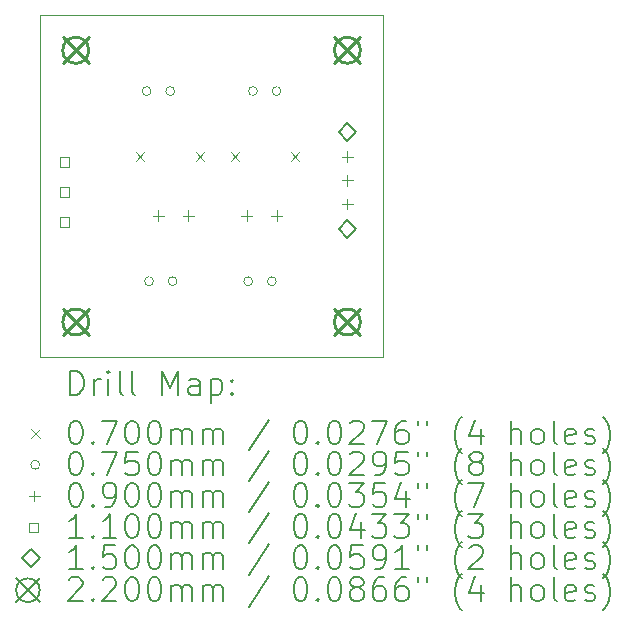
<source format=gbr>
%FSLAX45Y45*%
G04 Gerber Fmt 4.5, Leading zero omitted, Abs format (unit mm)*
G04 Created by KiCad (PCBNEW (6.0.0)) date 2022-01-22 14:07:24*
%MOMM*%
%LPD*%
G01*
G04 APERTURE LIST*
%TA.AperFunction,Profile*%
%ADD10C,0.100000*%
%TD*%
%ADD11C,0.200000*%
%ADD12C,0.070000*%
%ADD13C,0.075000*%
%ADD14C,0.090000*%
%ADD15C,0.110000*%
%ADD16C,0.150000*%
%ADD17C,0.220000*%
G04 APERTURE END LIST*
D10*
X17000000Y-13200000D02*
X19900000Y-13200000D01*
X17000000Y-10300000D02*
X17000000Y-13200000D01*
X19900000Y-10300000D02*
X17000000Y-10300000D01*
X19900000Y-13200000D02*
X19900000Y-10300000D01*
D11*
D12*
X17811000Y-11465000D02*
X17881000Y-11535000D01*
X17881000Y-11465000D02*
X17811000Y-11535000D01*
X18319000Y-11465000D02*
X18389000Y-11535000D01*
X18389000Y-11465000D02*
X18319000Y-11535000D01*
X18611000Y-11465000D02*
X18681000Y-11535000D01*
X18681000Y-11465000D02*
X18611000Y-11535000D01*
X19119000Y-11465000D02*
X19189000Y-11535000D01*
X19189000Y-11465000D02*
X19119000Y-11535000D01*
D13*
X17937500Y-10945000D02*
G75*
G03*
X17937500Y-10945000I-37500J0D01*
G01*
X17957500Y-12555000D02*
G75*
G03*
X17957500Y-12555000I-37500J0D01*
G01*
X18137500Y-10945000D02*
G75*
G03*
X18137500Y-10945000I-37500J0D01*
G01*
X18157500Y-12555000D02*
G75*
G03*
X18157500Y-12555000I-37500J0D01*
G01*
X18797500Y-12555000D02*
G75*
G03*
X18797500Y-12555000I-37500J0D01*
G01*
X18837500Y-10945000D02*
G75*
G03*
X18837500Y-10945000I-37500J0D01*
G01*
X18997500Y-12555000D02*
G75*
G03*
X18997500Y-12555000I-37500J0D01*
G01*
X19037500Y-10945000D02*
G75*
G03*
X19037500Y-10945000I-37500J0D01*
G01*
D14*
X18000000Y-11955000D02*
X18000000Y-12045000D01*
X17955000Y-12000000D02*
X18045000Y-12000000D01*
X18254000Y-11955000D02*
X18254000Y-12045000D01*
X18209000Y-12000000D02*
X18299000Y-12000000D01*
X18746000Y-11955000D02*
X18746000Y-12045000D01*
X18701000Y-12000000D02*
X18791000Y-12000000D01*
X19000000Y-11955000D02*
X19000000Y-12045000D01*
X18955000Y-12000000D02*
X19045000Y-12000000D01*
X19600000Y-11455000D02*
X19600000Y-11545000D01*
X19555000Y-11500000D02*
X19645000Y-11500000D01*
X19600000Y-11655000D02*
X19600000Y-11745000D01*
X19555000Y-11700000D02*
X19645000Y-11700000D01*
X19600000Y-11855000D02*
X19600000Y-11945000D01*
X19555000Y-11900000D02*
X19645000Y-11900000D01*
D15*
X17244391Y-11584891D02*
X17244391Y-11507109D01*
X17166609Y-11507109D01*
X17166609Y-11584891D01*
X17244391Y-11584891D01*
X17244391Y-11838891D02*
X17244391Y-11761109D01*
X17166609Y-11761109D01*
X17166609Y-11838891D01*
X17244391Y-11838891D01*
X17244391Y-12092891D02*
X17244391Y-12015109D01*
X17166609Y-12015109D01*
X17166609Y-12092891D01*
X17244391Y-12092891D01*
D16*
X19600000Y-11365000D02*
X19675000Y-11290000D01*
X19600000Y-11215000D01*
X19525000Y-11290000D01*
X19600000Y-11365000D01*
X19600000Y-12185000D02*
X19675000Y-12110000D01*
X19600000Y-12035000D01*
X19525000Y-12110000D01*
X19600000Y-12185000D01*
D17*
X17190000Y-10490000D02*
X17410000Y-10710000D01*
X17410000Y-10490000D02*
X17190000Y-10710000D01*
X17410000Y-10600000D02*
G75*
G03*
X17410000Y-10600000I-110000J0D01*
G01*
X17190000Y-12790000D02*
X17410000Y-13010000D01*
X17410000Y-12790000D02*
X17190000Y-13010000D01*
X17410000Y-12900000D02*
G75*
G03*
X17410000Y-12900000I-110000J0D01*
G01*
X19490000Y-10490000D02*
X19710000Y-10710000D01*
X19710000Y-10490000D02*
X19490000Y-10710000D01*
X19710000Y-10600000D02*
G75*
G03*
X19710000Y-10600000I-110000J0D01*
G01*
X19490000Y-12790000D02*
X19710000Y-13010000D01*
X19710000Y-12790000D02*
X19490000Y-13010000D01*
X19710000Y-12900000D02*
G75*
G03*
X19710000Y-12900000I-110000J0D01*
G01*
D11*
X17252619Y-13515476D02*
X17252619Y-13315476D01*
X17300238Y-13315476D01*
X17328810Y-13325000D01*
X17347857Y-13344048D01*
X17357381Y-13363095D01*
X17366905Y-13401190D01*
X17366905Y-13429762D01*
X17357381Y-13467857D01*
X17347857Y-13486905D01*
X17328810Y-13505952D01*
X17300238Y-13515476D01*
X17252619Y-13515476D01*
X17452619Y-13515476D02*
X17452619Y-13382143D01*
X17452619Y-13420238D02*
X17462143Y-13401190D01*
X17471667Y-13391667D01*
X17490714Y-13382143D01*
X17509762Y-13382143D01*
X17576429Y-13515476D02*
X17576429Y-13382143D01*
X17576429Y-13315476D02*
X17566905Y-13325000D01*
X17576429Y-13334524D01*
X17585952Y-13325000D01*
X17576429Y-13315476D01*
X17576429Y-13334524D01*
X17700238Y-13515476D02*
X17681190Y-13505952D01*
X17671667Y-13486905D01*
X17671667Y-13315476D01*
X17805000Y-13515476D02*
X17785952Y-13505952D01*
X17776429Y-13486905D01*
X17776429Y-13315476D01*
X18033571Y-13515476D02*
X18033571Y-13315476D01*
X18100238Y-13458333D01*
X18166905Y-13315476D01*
X18166905Y-13515476D01*
X18347857Y-13515476D02*
X18347857Y-13410714D01*
X18338333Y-13391667D01*
X18319286Y-13382143D01*
X18281190Y-13382143D01*
X18262143Y-13391667D01*
X18347857Y-13505952D02*
X18328810Y-13515476D01*
X18281190Y-13515476D01*
X18262143Y-13505952D01*
X18252619Y-13486905D01*
X18252619Y-13467857D01*
X18262143Y-13448809D01*
X18281190Y-13439286D01*
X18328810Y-13439286D01*
X18347857Y-13429762D01*
X18443095Y-13382143D02*
X18443095Y-13582143D01*
X18443095Y-13391667D02*
X18462143Y-13382143D01*
X18500238Y-13382143D01*
X18519286Y-13391667D01*
X18528810Y-13401190D01*
X18538333Y-13420238D01*
X18538333Y-13477381D01*
X18528810Y-13496428D01*
X18519286Y-13505952D01*
X18500238Y-13515476D01*
X18462143Y-13515476D01*
X18443095Y-13505952D01*
X18624048Y-13496428D02*
X18633571Y-13505952D01*
X18624048Y-13515476D01*
X18614524Y-13505952D01*
X18624048Y-13496428D01*
X18624048Y-13515476D01*
X18624048Y-13391667D02*
X18633571Y-13401190D01*
X18624048Y-13410714D01*
X18614524Y-13401190D01*
X18624048Y-13391667D01*
X18624048Y-13410714D01*
D12*
X16925000Y-13810000D02*
X16995000Y-13880000D01*
X16995000Y-13810000D02*
X16925000Y-13880000D01*
D11*
X17290714Y-13735476D02*
X17309762Y-13735476D01*
X17328810Y-13745000D01*
X17338333Y-13754524D01*
X17347857Y-13773571D01*
X17357381Y-13811667D01*
X17357381Y-13859286D01*
X17347857Y-13897381D01*
X17338333Y-13916428D01*
X17328810Y-13925952D01*
X17309762Y-13935476D01*
X17290714Y-13935476D01*
X17271667Y-13925952D01*
X17262143Y-13916428D01*
X17252619Y-13897381D01*
X17243095Y-13859286D01*
X17243095Y-13811667D01*
X17252619Y-13773571D01*
X17262143Y-13754524D01*
X17271667Y-13745000D01*
X17290714Y-13735476D01*
X17443095Y-13916428D02*
X17452619Y-13925952D01*
X17443095Y-13935476D01*
X17433571Y-13925952D01*
X17443095Y-13916428D01*
X17443095Y-13935476D01*
X17519286Y-13735476D02*
X17652619Y-13735476D01*
X17566905Y-13935476D01*
X17766905Y-13735476D02*
X17785952Y-13735476D01*
X17805000Y-13745000D01*
X17814524Y-13754524D01*
X17824048Y-13773571D01*
X17833571Y-13811667D01*
X17833571Y-13859286D01*
X17824048Y-13897381D01*
X17814524Y-13916428D01*
X17805000Y-13925952D01*
X17785952Y-13935476D01*
X17766905Y-13935476D01*
X17747857Y-13925952D01*
X17738333Y-13916428D01*
X17728810Y-13897381D01*
X17719286Y-13859286D01*
X17719286Y-13811667D01*
X17728810Y-13773571D01*
X17738333Y-13754524D01*
X17747857Y-13745000D01*
X17766905Y-13735476D01*
X17957381Y-13735476D02*
X17976429Y-13735476D01*
X17995476Y-13745000D01*
X18005000Y-13754524D01*
X18014524Y-13773571D01*
X18024048Y-13811667D01*
X18024048Y-13859286D01*
X18014524Y-13897381D01*
X18005000Y-13916428D01*
X17995476Y-13925952D01*
X17976429Y-13935476D01*
X17957381Y-13935476D01*
X17938333Y-13925952D01*
X17928810Y-13916428D01*
X17919286Y-13897381D01*
X17909762Y-13859286D01*
X17909762Y-13811667D01*
X17919286Y-13773571D01*
X17928810Y-13754524D01*
X17938333Y-13745000D01*
X17957381Y-13735476D01*
X18109762Y-13935476D02*
X18109762Y-13802143D01*
X18109762Y-13821190D02*
X18119286Y-13811667D01*
X18138333Y-13802143D01*
X18166905Y-13802143D01*
X18185952Y-13811667D01*
X18195476Y-13830714D01*
X18195476Y-13935476D01*
X18195476Y-13830714D02*
X18205000Y-13811667D01*
X18224048Y-13802143D01*
X18252619Y-13802143D01*
X18271667Y-13811667D01*
X18281190Y-13830714D01*
X18281190Y-13935476D01*
X18376429Y-13935476D02*
X18376429Y-13802143D01*
X18376429Y-13821190D02*
X18385952Y-13811667D01*
X18405000Y-13802143D01*
X18433571Y-13802143D01*
X18452619Y-13811667D01*
X18462143Y-13830714D01*
X18462143Y-13935476D01*
X18462143Y-13830714D02*
X18471667Y-13811667D01*
X18490714Y-13802143D01*
X18519286Y-13802143D01*
X18538333Y-13811667D01*
X18547857Y-13830714D01*
X18547857Y-13935476D01*
X18938333Y-13725952D02*
X18766905Y-13983095D01*
X19195476Y-13735476D02*
X19214524Y-13735476D01*
X19233571Y-13745000D01*
X19243095Y-13754524D01*
X19252619Y-13773571D01*
X19262143Y-13811667D01*
X19262143Y-13859286D01*
X19252619Y-13897381D01*
X19243095Y-13916428D01*
X19233571Y-13925952D01*
X19214524Y-13935476D01*
X19195476Y-13935476D01*
X19176429Y-13925952D01*
X19166905Y-13916428D01*
X19157381Y-13897381D01*
X19147857Y-13859286D01*
X19147857Y-13811667D01*
X19157381Y-13773571D01*
X19166905Y-13754524D01*
X19176429Y-13745000D01*
X19195476Y-13735476D01*
X19347857Y-13916428D02*
X19357381Y-13925952D01*
X19347857Y-13935476D01*
X19338333Y-13925952D01*
X19347857Y-13916428D01*
X19347857Y-13935476D01*
X19481190Y-13735476D02*
X19500238Y-13735476D01*
X19519286Y-13745000D01*
X19528810Y-13754524D01*
X19538333Y-13773571D01*
X19547857Y-13811667D01*
X19547857Y-13859286D01*
X19538333Y-13897381D01*
X19528810Y-13916428D01*
X19519286Y-13925952D01*
X19500238Y-13935476D01*
X19481190Y-13935476D01*
X19462143Y-13925952D01*
X19452619Y-13916428D01*
X19443095Y-13897381D01*
X19433571Y-13859286D01*
X19433571Y-13811667D01*
X19443095Y-13773571D01*
X19452619Y-13754524D01*
X19462143Y-13745000D01*
X19481190Y-13735476D01*
X19624048Y-13754524D02*
X19633571Y-13745000D01*
X19652619Y-13735476D01*
X19700238Y-13735476D01*
X19719286Y-13745000D01*
X19728810Y-13754524D01*
X19738333Y-13773571D01*
X19738333Y-13792619D01*
X19728810Y-13821190D01*
X19614524Y-13935476D01*
X19738333Y-13935476D01*
X19805000Y-13735476D02*
X19938333Y-13735476D01*
X19852619Y-13935476D01*
X20100238Y-13735476D02*
X20062143Y-13735476D01*
X20043095Y-13745000D01*
X20033571Y-13754524D01*
X20014524Y-13783095D01*
X20005000Y-13821190D01*
X20005000Y-13897381D01*
X20014524Y-13916428D01*
X20024048Y-13925952D01*
X20043095Y-13935476D01*
X20081190Y-13935476D01*
X20100238Y-13925952D01*
X20109762Y-13916428D01*
X20119286Y-13897381D01*
X20119286Y-13849762D01*
X20109762Y-13830714D01*
X20100238Y-13821190D01*
X20081190Y-13811667D01*
X20043095Y-13811667D01*
X20024048Y-13821190D01*
X20014524Y-13830714D01*
X20005000Y-13849762D01*
X20195476Y-13735476D02*
X20195476Y-13773571D01*
X20271667Y-13735476D02*
X20271667Y-13773571D01*
X20566905Y-14011667D02*
X20557381Y-14002143D01*
X20538333Y-13973571D01*
X20528810Y-13954524D01*
X20519286Y-13925952D01*
X20509762Y-13878333D01*
X20509762Y-13840238D01*
X20519286Y-13792619D01*
X20528810Y-13764048D01*
X20538333Y-13745000D01*
X20557381Y-13716428D01*
X20566905Y-13706905D01*
X20728810Y-13802143D02*
X20728810Y-13935476D01*
X20681190Y-13725952D02*
X20633571Y-13868809D01*
X20757381Y-13868809D01*
X20985952Y-13935476D02*
X20985952Y-13735476D01*
X21071667Y-13935476D02*
X21071667Y-13830714D01*
X21062143Y-13811667D01*
X21043095Y-13802143D01*
X21014524Y-13802143D01*
X20995476Y-13811667D01*
X20985952Y-13821190D01*
X21195476Y-13935476D02*
X21176429Y-13925952D01*
X21166905Y-13916428D01*
X21157381Y-13897381D01*
X21157381Y-13840238D01*
X21166905Y-13821190D01*
X21176429Y-13811667D01*
X21195476Y-13802143D01*
X21224048Y-13802143D01*
X21243095Y-13811667D01*
X21252619Y-13821190D01*
X21262143Y-13840238D01*
X21262143Y-13897381D01*
X21252619Y-13916428D01*
X21243095Y-13925952D01*
X21224048Y-13935476D01*
X21195476Y-13935476D01*
X21376429Y-13935476D02*
X21357381Y-13925952D01*
X21347857Y-13906905D01*
X21347857Y-13735476D01*
X21528810Y-13925952D02*
X21509762Y-13935476D01*
X21471667Y-13935476D01*
X21452619Y-13925952D01*
X21443095Y-13906905D01*
X21443095Y-13830714D01*
X21452619Y-13811667D01*
X21471667Y-13802143D01*
X21509762Y-13802143D01*
X21528810Y-13811667D01*
X21538333Y-13830714D01*
X21538333Y-13849762D01*
X21443095Y-13868809D01*
X21614524Y-13925952D02*
X21633571Y-13935476D01*
X21671667Y-13935476D01*
X21690714Y-13925952D01*
X21700238Y-13906905D01*
X21700238Y-13897381D01*
X21690714Y-13878333D01*
X21671667Y-13868809D01*
X21643095Y-13868809D01*
X21624048Y-13859286D01*
X21614524Y-13840238D01*
X21614524Y-13830714D01*
X21624048Y-13811667D01*
X21643095Y-13802143D01*
X21671667Y-13802143D01*
X21690714Y-13811667D01*
X21766905Y-14011667D02*
X21776429Y-14002143D01*
X21795476Y-13973571D01*
X21805000Y-13954524D01*
X21814524Y-13925952D01*
X21824048Y-13878333D01*
X21824048Y-13840238D01*
X21814524Y-13792619D01*
X21805000Y-13764048D01*
X21795476Y-13745000D01*
X21776429Y-13716428D01*
X21766905Y-13706905D01*
D13*
X16995000Y-14109000D02*
G75*
G03*
X16995000Y-14109000I-37500J0D01*
G01*
D11*
X17290714Y-13999476D02*
X17309762Y-13999476D01*
X17328810Y-14009000D01*
X17338333Y-14018524D01*
X17347857Y-14037571D01*
X17357381Y-14075667D01*
X17357381Y-14123286D01*
X17347857Y-14161381D01*
X17338333Y-14180428D01*
X17328810Y-14189952D01*
X17309762Y-14199476D01*
X17290714Y-14199476D01*
X17271667Y-14189952D01*
X17262143Y-14180428D01*
X17252619Y-14161381D01*
X17243095Y-14123286D01*
X17243095Y-14075667D01*
X17252619Y-14037571D01*
X17262143Y-14018524D01*
X17271667Y-14009000D01*
X17290714Y-13999476D01*
X17443095Y-14180428D02*
X17452619Y-14189952D01*
X17443095Y-14199476D01*
X17433571Y-14189952D01*
X17443095Y-14180428D01*
X17443095Y-14199476D01*
X17519286Y-13999476D02*
X17652619Y-13999476D01*
X17566905Y-14199476D01*
X17824048Y-13999476D02*
X17728810Y-13999476D01*
X17719286Y-14094714D01*
X17728810Y-14085190D01*
X17747857Y-14075667D01*
X17795476Y-14075667D01*
X17814524Y-14085190D01*
X17824048Y-14094714D01*
X17833571Y-14113762D01*
X17833571Y-14161381D01*
X17824048Y-14180428D01*
X17814524Y-14189952D01*
X17795476Y-14199476D01*
X17747857Y-14199476D01*
X17728810Y-14189952D01*
X17719286Y-14180428D01*
X17957381Y-13999476D02*
X17976429Y-13999476D01*
X17995476Y-14009000D01*
X18005000Y-14018524D01*
X18014524Y-14037571D01*
X18024048Y-14075667D01*
X18024048Y-14123286D01*
X18014524Y-14161381D01*
X18005000Y-14180428D01*
X17995476Y-14189952D01*
X17976429Y-14199476D01*
X17957381Y-14199476D01*
X17938333Y-14189952D01*
X17928810Y-14180428D01*
X17919286Y-14161381D01*
X17909762Y-14123286D01*
X17909762Y-14075667D01*
X17919286Y-14037571D01*
X17928810Y-14018524D01*
X17938333Y-14009000D01*
X17957381Y-13999476D01*
X18109762Y-14199476D02*
X18109762Y-14066143D01*
X18109762Y-14085190D02*
X18119286Y-14075667D01*
X18138333Y-14066143D01*
X18166905Y-14066143D01*
X18185952Y-14075667D01*
X18195476Y-14094714D01*
X18195476Y-14199476D01*
X18195476Y-14094714D02*
X18205000Y-14075667D01*
X18224048Y-14066143D01*
X18252619Y-14066143D01*
X18271667Y-14075667D01*
X18281190Y-14094714D01*
X18281190Y-14199476D01*
X18376429Y-14199476D02*
X18376429Y-14066143D01*
X18376429Y-14085190D02*
X18385952Y-14075667D01*
X18405000Y-14066143D01*
X18433571Y-14066143D01*
X18452619Y-14075667D01*
X18462143Y-14094714D01*
X18462143Y-14199476D01*
X18462143Y-14094714D02*
X18471667Y-14075667D01*
X18490714Y-14066143D01*
X18519286Y-14066143D01*
X18538333Y-14075667D01*
X18547857Y-14094714D01*
X18547857Y-14199476D01*
X18938333Y-13989952D02*
X18766905Y-14247095D01*
X19195476Y-13999476D02*
X19214524Y-13999476D01*
X19233571Y-14009000D01*
X19243095Y-14018524D01*
X19252619Y-14037571D01*
X19262143Y-14075667D01*
X19262143Y-14123286D01*
X19252619Y-14161381D01*
X19243095Y-14180428D01*
X19233571Y-14189952D01*
X19214524Y-14199476D01*
X19195476Y-14199476D01*
X19176429Y-14189952D01*
X19166905Y-14180428D01*
X19157381Y-14161381D01*
X19147857Y-14123286D01*
X19147857Y-14075667D01*
X19157381Y-14037571D01*
X19166905Y-14018524D01*
X19176429Y-14009000D01*
X19195476Y-13999476D01*
X19347857Y-14180428D02*
X19357381Y-14189952D01*
X19347857Y-14199476D01*
X19338333Y-14189952D01*
X19347857Y-14180428D01*
X19347857Y-14199476D01*
X19481190Y-13999476D02*
X19500238Y-13999476D01*
X19519286Y-14009000D01*
X19528810Y-14018524D01*
X19538333Y-14037571D01*
X19547857Y-14075667D01*
X19547857Y-14123286D01*
X19538333Y-14161381D01*
X19528810Y-14180428D01*
X19519286Y-14189952D01*
X19500238Y-14199476D01*
X19481190Y-14199476D01*
X19462143Y-14189952D01*
X19452619Y-14180428D01*
X19443095Y-14161381D01*
X19433571Y-14123286D01*
X19433571Y-14075667D01*
X19443095Y-14037571D01*
X19452619Y-14018524D01*
X19462143Y-14009000D01*
X19481190Y-13999476D01*
X19624048Y-14018524D02*
X19633571Y-14009000D01*
X19652619Y-13999476D01*
X19700238Y-13999476D01*
X19719286Y-14009000D01*
X19728810Y-14018524D01*
X19738333Y-14037571D01*
X19738333Y-14056619D01*
X19728810Y-14085190D01*
X19614524Y-14199476D01*
X19738333Y-14199476D01*
X19833571Y-14199476D02*
X19871667Y-14199476D01*
X19890714Y-14189952D01*
X19900238Y-14180428D01*
X19919286Y-14151857D01*
X19928810Y-14113762D01*
X19928810Y-14037571D01*
X19919286Y-14018524D01*
X19909762Y-14009000D01*
X19890714Y-13999476D01*
X19852619Y-13999476D01*
X19833571Y-14009000D01*
X19824048Y-14018524D01*
X19814524Y-14037571D01*
X19814524Y-14085190D01*
X19824048Y-14104238D01*
X19833571Y-14113762D01*
X19852619Y-14123286D01*
X19890714Y-14123286D01*
X19909762Y-14113762D01*
X19919286Y-14104238D01*
X19928810Y-14085190D01*
X20109762Y-13999476D02*
X20014524Y-13999476D01*
X20005000Y-14094714D01*
X20014524Y-14085190D01*
X20033571Y-14075667D01*
X20081190Y-14075667D01*
X20100238Y-14085190D01*
X20109762Y-14094714D01*
X20119286Y-14113762D01*
X20119286Y-14161381D01*
X20109762Y-14180428D01*
X20100238Y-14189952D01*
X20081190Y-14199476D01*
X20033571Y-14199476D01*
X20014524Y-14189952D01*
X20005000Y-14180428D01*
X20195476Y-13999476D02*
X20195476Y-14037571D01*
X20271667Y-13999476D02*
X20271667Y-14037571D01*
X20566905Y-14275667D02*
X20557381Y-14266143D01*
X20538333Y-14237571D01*
X20528810Y-14218524D01*
X20519286Y-14189952D01*
X20509762Y-14142333D01*
X20509762Y-14104238D01*
X20519286Y-14056619D01*
X20528810Y-14028048D01*
X20538333Y-14009000D01*
X20557381Y-13980428D01*
X20566905Y-13970905D01*
X20671667Y-14085190D02*
X20652619Y-14075667D01*
X20643095Y-14066143D01*
X20633571Y-14047095D01*
X20633571Y-14037571D01*
X20643095Y-14018524D01*
X20652619Y-14009000D01*
X20671667Y-13999476D01*
X20709762Y-13999476D01*
X20728810Y-14009000D01*
X20738333Y-14018524D01*
X20747857Y-14037571D01*
X20747857Y-14047095D01*
X20738333Y-14066143D01*
X20728810Y-14075667D01*
X20709762Y-14085190D01*
X20671667Y-14085190D01*
X20652619Y-14094714D01*
X20643095Y-14104238D01*
X20633571Y-14123286D01*
X20633571Y-14161381D01*
X20643095Y-14180428D01*
X20652619Y-14189952D01*
X20671667Y-14199476D01*
X20709762Y-14199476D01*
X20728810Y-14189952D01*
X20738333Y-14180428D01*
X20747857Y-14161381D01*
X20747857Y-14123286D01*
X20738333Y-14104238D01*
X20728810Y-14094714D01*
X20709762Y-14085190D01*
X20985952Y-14199476D02*
X20985952Y-13999476D01*
X21071667Y-14199476D02*
X21071667Y-14094714D01*
X21062143Y-14075667D01*
X21043095Y-14066143D01*
X21014524Y-14066143D01*
X20995476Y-14075667D01*
X20985952Y-14085190D01*
X21195476Y-14199476D02*
X21176429Y-14189952D01*
X21166905Y-14180428D01*
X21157381Y-14161381D01*
X21157381Y-14104238D01*
X21166905Y-14085190D01*
X21176429Y-14075667D01*
X21195476Y-14066143D01*
X21224048Y-14066143D01*
X21243095Y-14075667D01*
X21252619Y-14085190D01*
X21262143Y-14104238D01*
X21262143Y-14161381D01*
X21252619Y-14180428D01*
X21243095Y-14189952D01*
X21224048Y-14199476D01*
X21195476Y-14199476D01*
X21376429Y-14199476D02*
X21357381Y-14189952D01*
X21347857Y-14170905D01*
X21347857Y-13999476D01*
X21528810Y-14189952D02*
X21509762Y-14199476D01*
X21471667Y-14199476D01*
X21452619Y-14189952D01*
X21443095Y-14170905D01*
X21443095Y-14094714D01*
X21452619Y-14075667D01*
X21471667Y-14066143D01*
X21509762Y-14066143D01*
X21528810Y-14075667D01*
X21538333Y-14094714D01*
X21538333Y-14113762D01*
X21443095Y-14132809D01*
X21614524Y-14189952D02*
X21633571Y-14199476D01*
X21671667Y-14199476D01*
X21690714Y-14189952D01*
X21700238Y-14170905D01*
X21700238Y-14161381D01*
X21690714Y-14142333D01*
X21671667Y-14132809D01*
X21643095Y-14132809D01*
X21624048Y-14123286D01*
X21614524Y-14104238D01*
X21614524Y-14094714D01*
X21624048Y-14075667D01*
X21643095Y-14066143D01*
X21671667Y-14066143D01*
X21690714Y-14075667D01*
X21766905Y-14275667D02*
X21776429Y-14266143D01*
X21795476Y-14237571D01*
X21805000Y-14218524D01*
X21814524Y-14189952D01*
X21824048Y-14142333D01*
X21824048Y-14104238D01*
X21814524Y-14056619D01*
X21805000Y-14028048D01*
X21795476Y-14009000D01*
X21776429Y-13980428D01*
X21766905Y-13970905D01*
D14*
X16950000Y-14328000D02*
X16950000Y-14418000D01*
X16905000Y-14373000D02*
X16995000Y-14373000D01*
D11*
X17290714Y-14263476D02*
X17309762Y-14263476D01*
X17328810Y-14273000D01*
X17338333Y-14282524D01*
X17347857Y-14301571D01*
X17357381Y-14339667D01*
X17357381Y-14387286D01*
X17347857Y-14425381D01*
X17338333Y-14444428D01*
X17328810Y-14453952D01*
X17309762Y-14463476D01*
X17290714Y-14463476D01*
X17271667Y-14453952D01*
X17262143Y-14444428D01*
X17252619Y-14425381D01*
X17243095Y-14387286D01*
X17243095Y-14339667D01*
X17252619Y-14301571D01*
X17262143Y-14282524D01*
X17271667Y-14273000D01*
X17290714Y-14263476D01*
X17443095Y-14444428D02*
X17452619Y-14453952D01*
X17443095Y-14463476D01*
X17433571Y-14453952D01*
X17443095Y-14444428D01*
X17443095Y-14463476D01*
X17547857Y-14463476D02*
X17585952Y-14463476D01*
X17605000Y-14453952D01*
X17614524Y-14444428D01*
X17633571Y-14415857D01*
X17643095Y-14377762D01*
X17643095Y-14301571D01*
X17633571Y-14282524D01*
X17624048Y-14273000D01*
X17605000Y-14263476D01*
X17566905Y-14263476D01*
X17547857Y-14273000D01*
X17538333Y-14282524D01*
X17528810Y-14301571D01*
X17528810Y-14349190D01*
X17538333Y-14368238D01*
X17547857Y-14377762D01*
X17566905Y-14387286D01*
X17605000Y-14387286D01*
X17624048Y-14377762D01*
X17633571Y-14368238D01*
X17643095Y-14349190D01*
X17766905Y-14263476D02*
X17785952Y-14263476D01*
X17805000Y-14273000D01*
X17814524Y-14282524D01*
X17824048Y-14301571D01*
X17833571Y-14339667D01*
X17833571Y-14387286D01*
X17824048Y-14425381D01*
X17814524Y-14444428D01*
X17805000Y-14453952D01*
X17785952Y-14463476D01*
X17766905Y-14463476D01*
X17747857Y-14453952D01*
X17738333Y-14444428D01*
X17728810Y-14425381D01*
X17719286Y-14387286D01*
X17719286Y-14339667D01*
X17728810Y-14301571D01*
X17738333Y-14282524D01*
X17747857Y-14273000D01*
X17766905Y-14263476D01*
X17957381Y-14263476D02*
X17976429Y-14263476D01*
X17995476Y-14273000D01*
X18005000Y-14282524D01*
X18014524Y-14301571D01*
X18024048Y-14339667D01*
X18024048Y-14387286D01*
X18014524Y-14425381D01*
X18005000Y-14444428D01*
X17995476Y-14453952D01*
X17976429Y-14463476D01*
X17957381Y-14463476D01*
X17938333Y-14453952D01*
X17928810Y-14444428D01*
X17919286Y-14425381D01*
X17909762Y-14387286D01*
X17909762Y-14339667D01*
X17919286Y-14301571D01*
X17928810Y-14282524D01*
X17938333Y-14273000D01*
X17957381Y-14263476D01*
X18109762Y-14463476D02*
X18109762Y-14330143D01*
X18109762Y-14349190D02*
X18119286Y-14339667D01*
X18138333Y-14330143D01*
X18166905Y-14330143D01*
X18185952Y-14339667D01*
X18195476Y-14358714D01*
X18195476Y-14463476D01*
X18195476Y-14358714D02*
X18205000Y-14339667D01*
X18224048Y-14330143D01*
X18252619Y-14330143D01*
X18271667Y-14339667D01*
X18281190Y-14358714D01*
X18281190Y-14463476D01*
X18376429Y-14463476D02*
X18376429Y-14330143D01*
X18376429Y-14349190D02*
X18385952Y-14339667D01*
X18405000Y-14330143D01*
X18433571Y-14330143D01*
X18452619Y-14339667D01*
X18462143Y-14358714D01*
X18462143Y-14463476D01*
X18462143Y-14358714D02*
X18471667Y-14339667D01*
X18490714Y-14330143D01*
X18519286Y-14330143D01*
X18538333Y-14339667D01*
X18547857Y-14358714D01*
X18547857Y-14463476D01*
X18938333Y-14253952D02*
X18766905Y-14511095D01*
X19195476Y-14263476D02*
X19214524Y-14263476D01*
X19233571Y-14273000D01*
X19243095Y-14282524D01*
X19252619Y-14301571D01*
X19262143Y-14339667D01*
X19262143Y-14387286D01*
X19252619Y-14425381D01*
X19243095Y-14444428D01*
X19233571Y-14453952D01*
X19214524Y-14463476D01*
X19195476Y-14463476D01*
X19176429Y-14453952D01*
X19166905Y-14444428D01*
X19157381Y-14425381D01*
X19147857Y-14387286D01*
X19147857Y-14339667D01*
X19157381Y-14301571D01*
X19166905Y-14282524D01*
X19176429Y-14273000D01*
X19195476Y-14263476D01*
X19347857Y-14444428D02*
X19357381Y-14453952D01*
X19347857Y-14463476D01*
X19338333Y-14453952D01*
X19347857Y-14444428D01*
X19347857Y-14463476D01*
X19481190Y-14263476D02*
X19500238Y-14263476D01*
X19519286Y-14273000D01*
X19528810Y-14282524D01*
X19538333Y-14301571D01*
X19547857Y-14339667D01*
X19547857Y-14387286D01*
X19538333Y-14425381D01*
X19528810Y-14444428D01*
X19519286Y-14453952D01*
X19500238Y-14463476D01*
X19481190Y-14463476D01*
X19462143Y-14453952D01*
X19452619Y-14444428D01*
X19443095Y-14425381D01*
X19433571Y-14387286D01*
X19433571Y-14339667D01*
X19443095Y-14301571D01*
X19452619Y-14282524D01*
X19462143Y-14273000D01*
X19481190Y-14263476D01*
X19614524Y-14263476D02*
X19738333Y-14263476D01*
X19671667Y-14339667D01*
X19700238Y-14339667D01*
X19719286Y-14349190D01*
X19728810Y-14358714D01*
X19738333Y-14377762D01*
X19738333Y-14425381D01*
X19728810Y-14444428D01*
X19719286Y-14453952D01*
X19700238Y-14463476D01*
X19643095Y-14463476D01*
X19624048Y-14453952D01*
X19614524Y-14444428D01*
X19919286Y-14263476D02*
X19824048Y-14263476D01*
X19814524Y-14358714D01*
X19824048Y-14349190D01*
X19843095Y-14339667D01*
X19890714Y-14339667D01*
X19909762Y-14349190D01*
X19919286Y-14358714D01*
X19928810Y-14377762D01*
X19928810Y-14425381D01*
X19919286Y-14444428D01*
X19909762Y-14453952D01*
X19890714Y-14463476D01*
X19843095Y-14463476D01*
X19824048Y-14453952D01*
X19814524Y-14444428D01*
X20100238Y-14330143D02*
X20100238Y-14463476D01*
X20052619Y-14253952D02*
X20005000Y-14396809D01*
X20128810Y-14396809D01*
X20195476Y-14263476D02*
X20195476Y-14301571D01*
X20271667Y-14263476D02*
X20271667Y-14301571D01*
X20566905Y-14539667D02*
X20557381Y-14530143D01*
X20538333Y-14501571D01*
X20528810Y-14482524D01*
X20519286Y-14453952D01*
X20509762Y-14406333D01*
X20509762Y-14368238D01*
X20519286Y-14320619D01*
X20528810Y-14292048D01*
X20538333Y-14273000D01*
X20557381Y-14244428D01*
X20566905Y-14234905D01*
X20624048Y-14263476D02*
X20757381Y-14263476D01*
X20671667Y-14463476D01*
X20985952Y-14463476D02*
X20985952Y-14263476D01*
X21071667Y-14463476D02*
X21071667Y-14358714D01*
X21062143Y-14339667D01*
X21043095Y-14330143D01*
X21014524Y-14330143D01*
X20995476Y-14339667D01*
X20985952Y-14349190D01*
X21195476Y-14463476D02*
X21176429Y-14453952D01*
X21166905Y-14444428D01*
X21157381Y-14425381D01*
X21157381Y-14368238D01*
X21166905Y-14349190D01*
X21176429Y-14339667D01*
X21195476Y-14330143D01*
X21224048Y-14330143D01*
X21243095Y-14339667D01*
X21252619Y-14349190D01*
X21262143Y-14368238D01*
X21262143Y-14425381D01*
X21252619Y-14444428D01*
X21243095Y-14453952D01*
X21224048Y-14463476D01*
X21195476Y-14463476D01*
X21376429Y-14463476D02*
X21357381Y-14453952D01*
X21347857Y-14434905D01*
X21347857Y-14263476D01*
X21528810Y-14453952D02*
X21509762Y-14463476D01*
X21471667Y-14463476D01*
X21452619Y-14453952D01*
X21443095Y-14434905D01*
X21443095Y-14358714D01*
X21452619Y-14339667D01*
X21471667Y-14330143D01*
X21509762Y-14330143D01*
X21528810Y-14339667D01*
X21538333Y-14358714D01*
X21538333Y-14377762D01*
X21443095Y-14396809D01*
X21614524Y-14453952D02*
X21633571Y-14463476D01*
X21671667Y-14463476D01*
X21690714Y-14453952D01*
X21700238Y-14434905D01*
X21700238Y-14425381D01*
X21690714Y-14406333D01*
X21671667Y-14396809D01*
X21643095Y-14396809D01*
X21624048Y-14387286D01*
X21614524Y-14368238D01*
X21614524Y-14358714D01*
X21624048Y-14339667D01*
X21643095Y-14330143D01*
X21671667Y-14330143D01*
X21690714Y-14339667D01*
X21766905Y-14539667D02*
X21776429Y-14530143D01*
X21795476Y-14501571D01*
X21805000Y-14482524D01*
X21814524Y-14453952D01*
X21824048Y-14406333D01*
X21824048Y-14368238D01*
X21814524Y-14320619D01*
X21805000Y-14292048D01*
X21795476Y-14273000D01*
X21776429Y-14244428D01*
X21766905Y-14234905D01*
D15*
X16978891Y-14675891D02*
X16978891Y-14598109D01*
X16901109Y-14598109D01*
X16901109Y-14675891D01*
X16978891Y-14675891D01*
D11*
X17357381Y-14727476D02*
X17243095Y-14727476D01*
X17300238Y-14727476D02*
X17300238Y-14527476D01*
X17281190Y-14556048D01*
X17262143Y-14575095D01*
X17243095Y-14584619D01*
X17443095Y-14708428D02*
X17452619Y-14717952D01*
X17443095Y-14727476D01*
X17433571Y-14717952D01*
X17443095Y-14708428D01*
X17443095Y-14727476D01*
X17643095Y-14727476D02*
X17528810Y-14727476D01*
X17585952Y-14727476D02*
X17585952Y-14527476D01*
X17566905Y-14556048D01*
X17547857Y-14575095D01*
X17528810Y-14584619D01*
X17766905Y-14527476D02*
X17785952Y-14527476D01*
X17805000Y-14537000D01*
X17814524Y-14546524D01*
X17824048Y-14565571D01*
X17833571Y-14603667D01*
X17833571Y-14651286D01*
X17824048Y-14689381D01*
X17814524Y-14708428D01*
X17805000Y-14717952D01*
X17785952Y-14727476D01*
X17766905Y-14727476D01*
X17747857Y-14717952D01*
X17738333Y-14708428D01*
X17728810Y-14689381D01*
X17719286Y-14651286D01*
X17719286Y-14603667D01*
X17728810Y-14565571D01*
X17738333Y-14546524D01*
X17747857Y-14537000D01*
X17766905Y-14527476D01*
X17957381Y-14527476D02*
X17976429Y-14527476D01*
X17995476Y-14537000D01*
X18005000Y-14546524D01*
X18014524Y-14565571D01*
X18024048Y-14603667D01*
X18024048Y-14651286D01*
X18014524Y-14689381D01*
X18005000Y-14708428D01*
X17995476Y-14717952D01*
X17976429Y-14727476D01*
X17957381Y-14727476D01*
X17938333Y-14717952D01*
X17928810Y-14708428D01*
X17919286Y-14689381D01*
X17909762Y-14651286D01*
X17909762Y-14603667D01*
X17919286Y-14565571D01*
X17928810Y-14546524D01*
X17938333Y-14537000D01*
X17957381Y-14527476D01*
X18109762Y-14727476D02*
X18109762Y-14594143D01*
X18109762Y-14613190D02*
X18119286Y-14603667D01*
X18138333Y-14594143D01*
X18166905Y-14594143D01*
X18185952Y-14603667D01*
X18195476Y-14622714D01*
X18195476Y-14727476D01*
X18195476Y-14622714D02*
X18205000Y-14603667D01*
X18224048Y-14594143D01*
X18252619Y-14594143D01*
X18271667Y-14603667D01*
X18281190Y-14622714D01*
X18281190Y-14727476D01*
X18376429Y-14727476D02*
X18376429Y-14594143D01*
X18376429Y-14613190D02*
X18385952Y-14603667D01*
X18405000Y-14594143D01*
X18433571Y-14594143D01*
X18452619Y-14603667D01*
X18462143Y-14622714D01*
X18462143Y-14727476D01*
X18462143Y-14622714D02*
X18471667Y-14603667D01*
X18490714Y-14594143D01*
X18519286Y-14594143D01*
X18538333Y-14603667D01*
X18547857Y-14622714D01*
X18547857Y-14727476D01*
X18938333Y-14517952D02*
X18766905Y-14775095D01*
X19195476Y-14527476D02*
X19214524Y-14527476D01*
X19233571Y-14537000D01*
X19243095Y-14546524D01*
X19252619Y-14565571D01*
X19262143Y-14603667D01*
X19262143Y-14651286D01*
X19252619Y-14689381D01*
X19243095Y-14708428D01*
X19233571Y-14717952D01*
X19214524Y-14727476D01*
X19195476Y-14727476D01*
X19176429Y-14717952D01*
X19166905Y-14708428D01*
X19157381Y-14689381D01*
X19147857Y-14651286D01*
X19147857Y-14603667D01*
X19157381Y-14565571D01*
X19166905Y-14546524D01*
X19176429Y-14537000D01*
X19195476Y-14527476D01*
X19347857Y-14708428D02*
X19357381Y-14717952D01*
X19347857Y-14727476D01*
X19338333Y-14717952D01*
X19347857Y-14708428D01*
X19347857Y-14727476D01*
X19481190Y-14527476D02*
X19500238Y-14527476D01*
X19519286Y-14537000D01*
X19528810Y-14546524D01*
X19538333Y-14565571D01*
X19547857Y-14603667D01*
X19547857Y-14651286D01*
X19538333Y-14689381D01*
X19528810Y-14708428D01*
X19519286Y-14717952D01*
X19500238Y-14727476D01*
X19481190Y-14727476D01*
X19462143Y-14717952D01*
X19452619Y-14708428D01*
X19443095Y-14689381D01*
X19433571Y-14651286D01*
X19433571Y-14603667D01*
X19443095Y-14565571D01*
X19452619Y-14546524D01*
X19462143Y-14537000D01*
X19481190Y-14527476D01*
X19719286Y-14594143D02*
X19719286Y-14727476D01*
X19671667Y-14517952D02*
X19624048Y-14660809D01*
X19747857Y-14660809D01*
X19805000Y-14527476D02*
X19928810Y-14527476D01*
X19862143Y-14603667D01*
X19890714Y-14603667D01*
X19909762Y-14613190D01*
X19919286Y-14622714D01*
X19928810Y-14641762D01*
X19928810Y-14689381D01*
X19919286Y-14708428D01*
X19909762Y-14717952D01*
X19890714Y-14727476D01*
X19833571Y-14727476D01*
X19814524Y-14717952D01*
X19805000Y-14708428D01*
X19995476Y-14527476D02*
X20119286Y-14527476D01*
X20052619Y-14603667D01*
X20081190Y-14603667D01*
X20100238Y-14613190D01*
X20109762Y-14622714D01*
X20119286Y-14641762D01*
X20119286Y-14689381D01*
X20109762Y-14708428D01*
X20100238Y-14717952D01*
X20081190Y-14727476D01*
X20024048Y-14727476D01*
X20005000Y-14717952D01*
X19995476Y-14708428D01*
X20195476Y-14527476D02*
X20195476Y-14565571D01*
X20271667Y-14527476D02*
X20271667Y-14565571D01*
X20566905Y-14803667D02*
X20557381Y-14794143D01*
X20538333Y-14765571D01*
X20528810Y-14746524D01*
X20519286Y-14717952D01*
X20509762Y-14670333D01*
X20509762Y-14632238D01*
X20519286Y-14584619D01*
X20528810Y-14556048D01*
X20538333Y-14537000D01*
X20557381Y-14508428D01*
X20566905Y-14498905D01*
X20624048Y-14527476D02*
X20747857Y-14527476D01*
X20681190Y-14603667D01*
X20709762Y-14603667D01*
X20728810Y-14613190D01*
X20738333Y-14622714D01*
X20747857Y-14641762D01*
X20747857Y-14689381D01*
X20738333Y-14708428D01*
X20728810Y-14717952D01*
X20709762Y-14727476D01*
X20652619Y-14727476D01*
X20633571Y-14717952D01*
X20624048Y-14708428D01*
X20985952Y-14727476D02*
X20985952Y-14527476D01*
X21071667Y-14727476D02*
X21071667Y-14622714D01*
X21062143Y-14603667D01*
X21043095Y-14594143D01*
X21014524Y-14594143D01*
X20995476Y-14603667D01*
X20985952Y-14613190D01*
X21195476Y-14727476D02*
X21176429Y-14717952D01*
X21166905Y-14708428D01*
X21157381Y-14689381D01*
X21157381Y-14632238D01*
X21166905Y-14613190D01*
X21176429Y-14603667D01*
X21195476Y-14594143D01*
X21224048Y-14594143D01*
X21243095Y-14603667D01*
X21252619Y-14613190D01*
X21262143Y-14632238D01*
X21262143Y-14689381D01*
X21252619Y-14708428D01*
X21243095Y-14717952D01*
X21224048Y-14727476D01*
X21195476Y-14727476D01*
X21376429Y-14727476D02*
X21357381Y-14717952D01*
X21347857Y-14698905D01*
X21347857Y-14527476D01*
X21528810Y-14717952D02*
X21509762Y-14727476D01*
X21471667Y-14727476D01*
X21452619Y-14717952D01*
X21443095Y-14698905D01*
X21443095Y-14622714D01*
X21452619Y-14603667D01*
X21471667Y-14594143D01*
X21509762Y-14594143D01*
X21528810Y-14603667D01*
X21538333Y-14622714D01*
X21538333Y-14641762D01*
X21443095Y-14660809D01*
X21614524Y-14717952D02*
X21633571Y-14727476D01*
X21671667Y-14727476D01*
X21690714Y-14717952D01*
X21700238Y-14698905D01*
X21700238Y-14689381D01*
X21690714Y-14670333D01*
X21671667Y-14660809D01*
X21643095Y-14660809D01*
X21624048Y-14651286D01*
X21614524Y-14632238D01*
X21614524Y-14622714D01*
X21624048Y-14603667D01*
X21643095Y-14594143D01*
X21671667Y-14594143D01*
X21690714Y-14603667D01*
X21766905Y-14803667D02*
X21776429Y-14794143D01*
X21795476Y-14765571D01*
X21805000Y-14746524D01*
X21814524Y-14717952D01*
X21824048Y-14670333D01*
X21824048Y-14632238D01*
X21814524Y-14584619D01*
X21805000Y-14556048D01*
X21795476Y-14537000D01*
X21776429Y-14508428D01*
X21766905Y-14498905D01*
D16*
X16920000Y-14976000D02*
X16995000Y-14901000D01*
X16920000Y-14826000D01*
X16845000Y-14901000D01*
X16920000Y-14976000D01*
D11*
X17357381Y-14991476D02*
X17243095Y-14991476D01*
X17300238Y-14991476D02*
X17300238Y-14791476D01*
X17281190Y-14820048D01*
X17262143Y-14839095D01*
X17243095Y-14848619D01*
X17443095Y-14972428D02*
X17452619Y-14981952D01*
X17443095Y-14991476D01*
X17433571Y-14981952D01*
X17443095Y-14972428D01*
X17443095Y-14991476D01*
X17633571Y-14791476D02*
X17538333Y-14791476D01*
X17528810Y-14886714D01*
X17538333Y-14877190D01*
X17557381Y-14867667D01*
X17605000Y-14867667D01*
X17624048Y-14877190D01*
X17633571Y-14886714D01*
X17643095Y-14905762D01*
X17643095Y-14953381D01*
X17633571Y-14972428D01*
X17624048Y-14981952D01*
X17605000Y-14991476D01*
X17557381Y-14991476D01*
X17538333Y-14981952D01*
X17528810Y-14972428D01*
X17766905Y-14791476D02*
X17785952Y-14791476D01*
X17805000Y-14801000D01*
X17814524Y-14810524D01*
X17824048Y-14829571D01*
X17833571Y-14867667D01*
X17833571Y-14915286D01*
X17824048Y-14953381D01*
X17814524Y-14972428D01*
X17805000Y-14981952D01*
X17785952Y-14991476D01*
X17766905Y-14991476D01*
X17747857Y-14981952D01*
X17738333Y-14972428D01*
X17728810Y-14953381D01*
X17719286Y-14915286D01*
X17719286Y-14867667D01*
X17728810Y-14829571D01*
X17738333Y-14810524D01*
X17747857Y-14801000D01*
X17766905Y-14791476D01*
X17957381Y-14791476D02*
X17976429Y-14791476D01*
X17995476Y-14801000D01*
X18005000Y-14810524D01*
X18014524Y-14829571D01*
X18024048Y-14867667D01*
X18024048Y-14915286D01*
X18014524Y-14953381D01*
X18005000Y-14972428D01*
X17995476Y-14981952D01*
X17976429Y-14991476D01*
X17957381Y-14991476D01*
X17938333Y-14981952D01*
X17928810Y-14972428D01*
X17919286Y-14953381D01*
X17909762Y-14915286D01*
X17909762Y-14867667D01*
X17919286Y-14829571D01*
X17928810Y-14810524D01*
X17938333Y-14801000D01*
X17957381Y-14791476D01*
X18109762Y-14991476D02*
X18109762Y-14858143D01*
X18109762Y-14877190D02*
X18119286Y-14867667D01*
X18138333Y-14858143D01*
X18166905Y-14858143D01*
X18185952Y-14867667D01*
X18195476Y-14886714D01*
X18195476Y-14991476D01*
X18195476Y-14886714D02*
X18205000Y-14867667D01*
X18224048Y-14858143D01*
X18252619Y-14858143D01*
X18271667Y-14867667D01*
X18281190Y-14886714D01*
X18281190Y-14991476D01*
X18376429Y-14991476D02*
X18376429Y-14858143D01*
X18376429Y-14877190D02*
X18385952Y-14867667D01*
X18405000Y-14858143D01*
X18433571Y-14858143D01*
X18452619Y-14867667D01*
X18462143Y-14886714D01*
X18462143Y-14991476D01*
X18462143Y-14886714D02*
X18471667Y-14867667D01*
X18490714Y-14858143D01*
X18519286Y-14858143D01*
X18538333Y-14867667D01*
X18547857Y-14886714D01*
X18547857Y-14991476D01*
X18938333Y-14781952D02*
X18766905Y-15039095D01*
X19195476Y-14791476D02*
X19214524Y-14791476D01*
X19233571Y-14801000D01*
X19243095Y-14810524D01*
X19252619Y-14829571D01*
X19262143Y-14867667D01*
X19262143Y-14915286D01*
X19252619Y-14953381D01*
X19243095Y-14972428D01*
X19233571Y-14981952D01*
X19214524Y-14991476D01*
X19195476Y-14991476D01*
X19176429Y-14981952D01*
X19166905Y-14972428D01*
X19157381Y-14953381D01*
X19147857Y-14915286D01*
X19147857Y-14867667D01*
X19157381Y-14829571D01*
X19166905Y-14810524D01*
X19176429Y-14801000D01*
X19195476Y-14791476D01*
X19347857Y-14972428D02*
X19357381Y-14981952D01*
X19347857Y-14991476D01*
X19338333Y-14981952D01*
X19347857Y-14972428D01*
X19347857Y-14991476D01*
X19481190Y-14791476D02*
X19500238Y-14791476D01*
X19519286Y-14801000D01*
X19528810Y-14810524D01*
X19538333Y-14829571D01*
X19547857Y-14867667D01*
X19547857Y-14915286D01*
X19538333Y-14953381D01*
X19528810Y-14972428D01*
X19519286Y-14981952D01*
X19500238Y-14991476D01*
X19481190Y-14991476D01*
X19462143Y-14981952D01*
X19452619Y-14972428D01*
X19443095Y-14953381D01*
X19433571Y-14915286D01*
X19433571Y-14867667D01*
X19443095Y-14829571D01*
X19452619Y-14810524D01*
X19462143Y-14801000D01*
X19481190Y-14791476D01*
X19728810Y-14791476D02*
X19633571Y-14791476D01*
X19624048Y-14886714D01*
X19633571Y-14877190D01*
X19652619Y-14867667D01*
X19700238Y-14867667D01*
X19719286Y-14877190D01*
X19728810Y-14886714D01*
X19738333Y-14905762D01*
X19738333Y-14953381D01*
X19728810Y-14972428D01*
X19719286Y-14981952D01*
X19700238Y-14991476D01*
X19652619Y-14991476D01*
X19633571Y-14981952D01*
X19624048Y-14972428D01*
X19833571Y-14991476D02*
X19871667Y-14991476D01*
X19890714Y-14981952D01*
X19900238Y-14972428D01*
X19919286Y-14943857D01*
X19928810Y-14905762D01*
X19928810Y-14829571D01*
X19919286Y-14810524D01*
X19909762Y-14801000D01*
X19890714Y-14791476D01*
X19852619Y-14791476D01*
X19833571Y-14801000D01*
X19824048Y-14810524D01*
X19814524Y-14829571D01*
X19814524Y-14877190D01*
X19824048Y-14896238D01*
X19833571Y-14905762D01*
X19852619Y-14915286D01*
X19890714Y-14915286D01*
X19909762Y-14905762D01*
X19919286Y-14896238D01*
X19928810Y-14877190D01*
X20119286Y-14991476D02*
X20005000Y-14991476D01*
X20062143Y-14991476D02*
X20062143Y-14791476D01*
X20043095Y-14820048D01*
X20024048Y-14839095D01*
X20005000Y-14848619D01*
X20195476Y-14791476D02*
X20195476Y-14829571D01*
X20271667Y-14791476D02*
X20271667Y-14829571D01*
X20566905Y-15067667D02*
X20557381Y-15058143D01*
X20538333Y-15029571D01*
X20528810Y-15010524D01*
X20519286Y-14981952D01*
X20509762Y-14934333D01*
X20509762Y-14896238D01*
X20519286Y-14848619D01*
X20528810Y-14820048D01*
X20538333Y-14801000D01*
X20557381Y-14772428D01*
X20566905Y-14762905D01*
X20633571Y-14810524D02*
X20643095Y-14801000D01*
X20662143Y-14791476D01*
X20709762Y-14791476D01*
X20728810Y-14801000D01*
X20738333Y-14810524D01*
X20747857Y-14829571D01*
X20747857Y-14848619D01*
X20738333Y-14877190D01*
X20624048Y-14991476D01*
X20747857Y-14991476D01*
X20985952Y-14991476D02*
X20985952Y-14791476D01*
X21071667Y-14991476D02*
X21071667Y-14886714D01*
X21062143Y-14867667D01*
X21043095Y-14858143D01*
X21014524Y-14858143D01*
X20995476Y-14867667D01*
X20985952Y-14877190D01*
X21195476Y-14991476D02*
X21176429Y-14981952D01*
X21166905Y-14972428D01*
X21157381Y-14953381D01*
X21157381Y-14896238D01*
X21166905Y-14877190D01*
X21176429Y-14867667D01*
X21195476Y-14858143D01*
X21224048Y-14858143D01*
X21243095Y-14867667D01*
X21252619Y-14877190D01*
X21262143Y-14896238D01*
X21262143Y-14953381D01*
X21252619Y-14972428D01*
X21243095Y-14981952D01*
X21224048Y-14991476D01*
X21195476Y-14991476D01*
X21376429Y-14991476D02*
X21357381Y-14981952D01*
X21347857Y-14962905D01*
X21347857Y-14791476D01*
X21528810Y-14981952D02*
X21509762Y-14991476D01*
X21471667Y-14991476D01*
X21452619Y-14981952D01*
X21443095Y-14962905D01*
X21443095Y-14886714D01*
X21452619Y-14867667D01*
X21471667Y-14858143D01*
X21509762Y-14858143D01*
X21528810Y-14867667D01*
X21538333Y-14886714D01*
X21538333Y-14905762D01*
X21443095Y-14924809D01*
X21614524Y-14981952D02*
X21633571Y-14991476D01*
X21671667Y-14991476D01*
X21690714Y-14981952D01*
X21700238Y-14962905D01*
X21700238Y-14953381D01*
X21690714Y-14934333D01*
X21671667Y-14924809D01*
X21643095Y-14924809D01*
X21624048Y-14915286D01*
X21614524Y-14896238D01*
X21614524Y-14886714D01*
X21624048Y-14867667D01*
X21643095Y-14858143D01*
X21671667Y-14858143D01*
X21690714Y-14867667D01*
X21766905Y-15067667D02*
X21776429Y-15058143D01*
X21795476Y-15029571D01*
X21805000Y-15010524D01*
X21814524Y-14981952D01*
X21824048Y-14934333D01*
X21824048Y-14896238D01*
X21814524Y-14848619D01*
X21805000Y-14820048D01*
X21795476Y-14801000D01*
X21776429Y-14772428D01*
X21766905Y-14762905D01*
X16795000Y-15071000D02*
X16995000Y-15271000D01*
X16995000Y-15071000D02*
X16795000Y-15271000D01*
X16995000Y-15171000D02*
G75*
G03*
X16995000Y-15171000I-100000J0D01*
G01*
X17243095Y-15080524D02*
X17252619Y-15071000D01*
X17271667Y-15061476D01*
X17319286Y-15061476D01*
X17338333Y-15071000D01*
X17347857Y-15080524D01*
X17357381Y-15099571D01*
X17357381Y-15118619D01*
X17347857Y-15147190D01*
X17233571Y-15261476D01*
X17357381Y-15261476D01*
X17443095Y-15242428D02*
X17452619Y-15251952D01*
X17443095Y-15261476D01*
X17433571Y-15251952D01*
X17443095Y-15242428D01*
X17443095Y-15261476D01*
X17528810Y-15080524D02*
X17538333Y-15071000D01*
X17557381Y-15061476D01*
X17605000Y-15061476D01*
X17624048Y-15071000D01*
X17633571Y-15080524D01*
X17643095Y-15099571D01*
X17643095Y-15118619D01*
X17633571Y-15147190D01*
X17519286Y-15261476D01*
X17643095Y-15261476D01*
X17766905Y-15061476D02*
X17785952Y-15061476D01*
X17805000Y-15071000D01*
X17814524Y-15080524D01*
X17824048Y-15099571D01*
X17833571Y-15137667D01*
X17833571Y-15185286D01*
X17824048Y-15223381D01*
X17814524Y-15242428D01*
X17805000Y-15251952D01*
X17785952Y-15261476D01*
X17766905Y-15261476D01*
X17747857Y-15251952D01*
X17738333Y-15242428D01*
X17728810Y-15223381D01*
X17719286Y-15185286D01*
X17719286Y-15137667D01*
X17728810Y-15099571D01*
X17738333Y-15080524D01*
X17747857Y-15071000D01*
X17766905Y-15061476D01*
X17957381Y-15061476D02*
X17976429Y-15061476D01*
X17995476Y-15071000D01*
X18005000Y-15080524D01*
X18014524Y-15099571D01*
X18024048Y-15137667D01*
X18024048Y-15185286D01*
X18014524Y-15223381D01*
X18005000Y-15242428D01*
X17995476Y-15251952D01*
X17976429Y-15261476D01*
X17957381Y-15261476D01*
X17938333Y-15251952D01*
X17928810Y-15242428D01*
X17919286Y-15223381D01*
X17909762Y-15185286D01*
X17909762Y-15137667D01*
X17919286Y-15099571D01*
X17928810Y-15080524D01*
X17938333Y-15071000D01*
X17957381Y-15061476D01*
X18109762Y-15261476D02*
X18109762Y-15128143D01*
X18109762Y-15147190D02*
X18119286Y-15137667D01*
X18138333Y-15128143D01*
X18166905Y-15128143D01*
X18185952Y-15137667D01*
X18195476Y-15156714D01*
X18195476Y-15261476D01*
X18195476Y-15156714D02*
X18205000Y-15137667D01*
X18224048Y-15128143D01*
X18252619Y-15128143D01*
X18271667Y-15137667D01*
X18281190Y-15156714D01*
X18281190Y-15261476D01*
X18376429Y-15261476D02*
X18376429Y-15128143D01*
X18376429Y-15147190D02*
X18385952Y-15137667D01*
X18405000Y-15128143D01*
X18433571Y-15128143D01*
X18452619Y-15137667D01*
X18462143Y-15156714D01*
X18462143Y-15261476D01*
X18462143Y-15156714D02*
X18471667Y-15137667D01*
X18490714Y-15128143D01*
X18519286Y-15128143D01*
X18538333Y-15137667D01*
X18547857Y-15156714D01*
X18547857Y-15261476D01*
X18938333Y-15051952D02*
X18766905Y-15309095D01*
X19195476Y-15061476D02*
X19214524Y-15061476D01*
X19233571Y-15071000D01*
X19243095Y-15080524D01*
X19252619Y-15099571D01*
X19262143Y-15137667D01*
X19262143Y-15185286D01*
X19252619Y-15223381D01*
X19243095Y-15242428D01*
X19233571Y-15251952D01*
X19214524Y-15261476D01*
X19195476Y-15261476D01*
X19176429Y-15251952D01*
X19166905Y-15242428D01*
X19157381Y-15223381D01*
X19147857Y-15185286D01*
X19147857Y-15137667D01*
X19157381Y-15099571D01*
X19166905Y-15080524D01*
X19176429Y-15071000D01*
X19195476Y-15061476D01*
X19347857Y-15242428D02*
X19357381Y-15251952D01*
X19347857Y-15261476D01*
X19338333Y-15251952D01*
X19347857Y-15242428D01*
X19347857Y-15261476D01*
X19481190Y-15061476D02*
X19500238Y-15061476D01*
X19519286Y-15071000D01*
X19528810Y-15080524D01*
X19538333Y-15099571D01*
X19547857Y-15137667D01*
X19547857Y-15185286D01*
X19538333Y-15223381D01*
X19528810Y-15242428D01*
X19519286Y-15251952D01*
X19500238Y-15261476D01*
X19481190Y-15261476D01*
X19462143Y-15251952D01*
X19452619Y-15242428D01*
X19443095Y-15223381D01*
X19433571Y-15185286D01*
X19433571Y-15137667D01*
X19443095Y-15099571D01*
X19452619Y-15080524D01*
X19462143Y-15071000D01*
X19481190Y-15061476D01*
X19662143Y-15147190D02*
X19643095Y-15137667D01*
X19633571Y-15128143D01*
X19624048Y-15109095D01*
X19624048Y-15099571D01*
X19633571Y-15080524D01*
X19643095Y-15071000D01*
X19662143Y-15061476D01*
X19700238Y-15061476D01*
X19719286Y-15071000D01*
X19728810Y-15080524D01*
X19738333Y-15099571D01*
X19738333Y-15109095D01*
X19728810Y-15128143D01*
X19719286Y-15137667D01*
X19700238Y-15147190D01*
X19662143Y-15147190D01*
X19643095Y-15156714D01*
X19633571Y-15166238D01*
X19624048Y-15185286D01*
X19624048Y-15223381D01*
X19633571Y-15242428D01*
X19643095Y-15251952D01*
X19662143Y-15261476D01*
X19700238Y-15261476D01*
X19719286Y-15251952D01*
X19728810Y-15242428D01*
X19738333Y-15223381D01*
X19738333Y-15185286D01*
X19728810Y-15166238D01*
X19719286Y-15156714D01*
X19700238Y-15147190D01*
X19909762Y-15061476D02*
X19871667Y-15061476D01*
X19852619Y-15071000D01*
X19843095Y-15080524D01*
X19824048Y-15109095D01*
X19814524Y-15147190D01*
X19814524Y-15223381D01*
X19824048Y-15242428D01*
X19833571Y-15251952D01*
X19852619Y-15261476D01*
X19890714Y-15261476D01*
X19909762Y-15251952D01*
X19919286Y-15242428D01*
X19928810Y-15223381D01*
X19928810Y-15175762D01*
X19919286Y-15156714D01*
X19909762Y-15147190D01*
X19890714Y-15137667D01*
X19852619Y-15137667D01*
X19833571Y-15147190D01*
X19824048Y-15156714D01*
X19814524Y-15175762D01*
X20100238Y-15061476D02*
X20062143Y-15061476D01*
X20043095Y-15071000D01*
X20033571Y-15080524D01*
X20014524Y-15109095D01*
X20005000Y-15147190D01*
X20005000Y-15223381D01*
X20014524Y-15242428D01*
X20024048Y-15251952D01*
X20043095Y-15261476D01*
X20081190Y-15261476D01*
X20100238Y-15251952D01*
X20109762Y-15242428D01*
X20119286Y-15223381D01*
X20119286Y-15175762D01*
X20109762Y-15156714D01*
X20100238Y-15147190D01*
X20081190Y-15137667D01*
X20043095Y-15137667D01*
X20024048Y-15147190D01*
X20014524Y-15156714D01*
X20005000Y-15175762D01*
X20195476Y-15061476D02*
X20195476Y-15099571D01*
X20271667Y-15061476D02*
X20271667Y-15099571D01*
X20566905Y-15337667D02*
X20557381Y-15328143D01*
X20538333Y-15299571D01*
X20528810Y-15280524D01*
X20519286Y-15251952D01*
X20509762Y-15204333D01*
X20509762Y-15166238D01*
X20519286Y-15118619D01*
X20528810Y-15090048D01*
X20538333Y-15071000D01*
X20557381Y-15042428D01*
X20566905Y-15032905D01*
X20728810Y-15128143D02*
X20728810Y-15261476D01*
X20681190Y-15051952D02*
X20633571Y-15194809D01*
X20757381Y-15194809D01*
X20985952Y-15261476D02*
X20985952Y-15061476D01*
X21071667Y-15261476D02*
X21071667Y-15156714D01*
X21062143Y-15137667D01*
X21043095Y-15128143D01*
X21014524Y-15128143D01*
X20995476Y-15137667D01*
X20985952Y-15147190D01*
X21195476Y-15261476D02*
X21176429Y-15251952D01*
X21166905Y-15242428D01*
X21157381Y-15223381D01*
X21157381Y-15166238D01*
X21166905Y-15147190D01*
X21176429Y-15137667D01*
X21195476Y-15128143D01*
X21224048Y-15128143D01*
X21243095Y-15137667D01*
X21252619Y-15147190D01*
X21262143Y-15166238D01*
X21262143Y-15223381D01*
X21252619Y-15242428D01*
X21243095Y-15251952D01*
X21224048Y-15261476D01*
X21195476Y-15261476D01*
X21376429Y-15261476D02*
X21357381Y-15251952D01*
X21347857Y-15232905D01*
X21347857Y-15061476D01*
X21528810Y-15251952D02*
X21509762Y-15261476D01*
X21471667Y-15261476D01*
X21452619Y-15251952D01*
X21443095Y-15232905D01*
X21443095Y-15156714D01*
X21452619Y-15137667D01*
X21471667Y-15128143D01*
X21509762Y-15128143D01*
X21528810Y-15137667D01*
X21538333Y-15156714D01*
X21538333Y-15175762D01*
X21443095Y-15194809D01*
X21614524Y-15251952D02*
X21633571Y-15261476D01*
X21671667Y-15261476D01*
X21690714Y-15251952D01*
X21700238Y-15232905D01*
X21700238Y-15223381D01*
X21690714Y-15204333D01*
X21671667Y-15194809D01*
X21643095Y-15194809D01*
X21624048Y-15185286D01*
X21614524Y-15166238D01*
X21614524Y-15156714D01*
X21624048Y-15137667D01*
X21643095Y-15128143D01*
X21671667Y-15128143D01*
X21690714Y-15137667D01*
X21766905Y-15337667D02*
X21776429Y-15328143D01*
X21795476Y-15299571D01*
X21805000Y-15280524D01*
X21814524Y-15251952D01*
X21824048Y-15204333D01*
X21824048Y-15166238D01*
X21814524Y-15118619D01*
X21805000Y-15090048D01*
X21795476Y-15071000D01*
X21776429Y-15042428D01*
X21766905Y-15032905D01*
M02*

</source>
